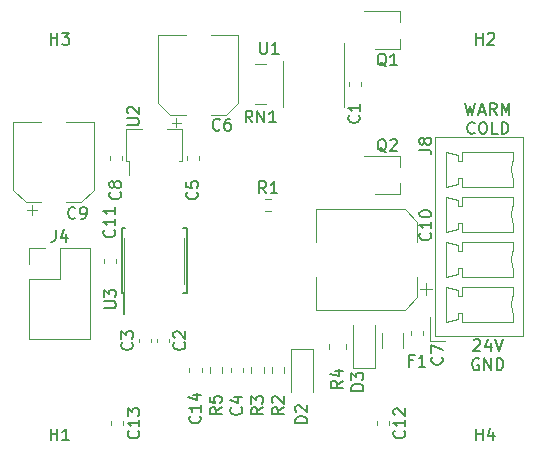
<source format=gto>
%TF.GenerationSoftware,KiCad,Pcbnew,(6.0.0)*%
%TF.CreationDate,2022-05-26T17:50:24+02:00*%
%TF.ProjectId,slider,736c6964-6572-42e6-9b69-6361645f7063,rev?*%
%TF.SameCoordinates,Original*%
%TF.FileFunction,Legend,Top*%
%TF.FilePolarity,Positive*%
%FSLAX46Y46*%
G04 Gerber Fmt 4.6, Leading zero omitted, Abs format (unit mm)*
G04 Created by KiCad (PCBNEW (6.0.0)) date 2022-05-26 17:50:24*
%MOMM*%
%LPD*%
G01*
G04 APERTURE LIST*
%ADD10C,0.150000*%
%ADD11C,0.120000*%
G04 APERTURE END LIST*
D10*
X156321428Y-88647380D02*
X156559523Y-89647380D01*
X156750000Y-88933095D01*
X156940476Y-89647380D01*
X157178571Y-88647380D01*
X157511904Y-89361666D02*
X157988095Y-89361666D01*
X157416666Y-89647380D02*
X157750000Y-88647380D01*
X158083333Y-89647380D01*
X158988095Y-89647380D02*
X158654761Y-89171190D01*
X158416666Y-89647380D02*
X158416666Y-88647380D01*
X158797619Y-88647380D01*
X158892857Y-88695000D01*
X158940476Y-88742619D01*
X158988095Y-88837857D01*
X158988095Y-88980714D01*
X158940476Y-89075952D01*
X158892857Y-89123571D01*
X158797619Y-89171190D01*
X158416666Y-89171190D01*
X159416666Y-89647380D02*
X159416666Y-88647380D01*
X159750000Y-89361666D01*
X160083333Y-88647380D01*
X160083333Y-89647380D01*
X157130952Y-91162142D02*
X157083333Y-91209761D01*
X156940476Y-91257380D01*
X156845238Y-91257380D01*
X156702380Y-91209761D01*
X156607142Y-91114523D01*
X156559523Y-91019285D01*
X156511904Y-90828809D01*
X156511904Y-90685952D01*
X156559523Y-90495476D01*
X156607142Y-90400238D01*
X156702380Y-90305000D01*
X156845238Y-90257380D01*
X156940476Y-90257380D01*
X157083333Y-90305000D01*
X157130952Y-90352619D01*
X157750000Y-90257380D02*
X157940476Y-90257380D01*
X158035714Y-90305000D01*
X158130952Y-90400238D01*
X158178571Y-90590714D01*
X158178571Y-90924047D01*
X158130952Y-91114523D01*
X158035714Y-91209761D01*
X157940476Y-91257380D01*
X157750000Y-91257380D01*
X157654761Y-91209761D01*
X157559523Y-91114523D01*
X157511904Y-90924047D01*
X157511904Y-90590714D01*
X157559523Y-90400238D01*
X157654761Y-90305000D01*
X157750000Y-90257380D01*
X159083333Y-91257380D02*
X158607142Y-91257380D01*
X158607142Y-90257380D01*
X159416666Y-91257380D02*
X159416666Y-90257380D01*
X159654761Y-90257380D01*
X159797619Y-90305000D01*
X159892857Y-90400238D01*
X159940476Y-90495476D01*
X159988095Y-90685952D01*
X159988095Y-90828809D01*
X159940476Y-91019285D01*
X159892857Y-91114523D01*
X159797619Y-91209761D01*
X159654761Y-91257380D01*
X159416666Y-91257380D01*
X157052023Y-108742619D02*
X157099642Y-108695000D01*
X157194880Y-108647380D01*
X157432976Y-108647380D01*
X157528214Y-108695000D01*
X157575833Y-108742619D01*
X157623452Y-108837857D01*
X157623452Y-108933095D01*
X157575833Y-109075952D01*
X157004404Y-109647380D01*
X157623452Y-109647380D01*
X158480595Y-108980714D02*
X158480595Y-109647380D01*
X158242500Y-108599761D02*
X158004404Y-109314047D01*
X158623452Y-109314047D01*
X158861547Y-108647380D02*
X159194880Y-109647380D01*
X159528214Y-108647380D01*
X157480595Y-110305000D02*
X157385357Y-110257380D01*
X157242500Y-110257380D01*
X157099642Y-110305000D01*
X157004404Y-110400238D01*
X156956785Y-110495476D01*
X156909166Y-110685952D01*
X156909166Y-110828809D01*
X156956785Y-111019285D01*
X157004404Y-111114523D01*
X157099642Y-111209761D01*
X157242500Y-111257380D01*
X157337738Y-111257380D01*
X157480595Y-111209761D01*
X157528214Y-111162142D01*
X157528214Y-110828809D01*
X157337738Y-110828809D01*
X157956785Y-111257380D02*
X157956785Y-110257380D01*
X158528214Y-111257380D01*
X158528214Y-110257380D01*
X159004404Y-111257380D02*
X159004404Y-110257380D01*
X159242500Y-110257380D01*
X159385357Y-110305000D01*
X159480595Y-110400238D01*
X159528214Y-110495476D01*
X159575833Y-110685952D01*
X159575833Y-110828809D01*
X159528214Y-111019285D01*
X159480595Y-111114523D01*
X159385357Y-111209761D01*
X159242500Y-111257380D01*
X159004404Y-111257380D01*
%TO.C,H2*%
X157238095Y-83702380D02*
X157238095Y-82702380D01*
X157238095Y-83178571D02*
X157809523Y-83178571D01*
X157809523Y-83702380D02*
X157809523Y-82702380D01*
X158238095Y-82797619D02*
X158285714Y-82750000D01*
X158380952Y-82702380D01*
X158619047Y-82702380D01*
X158714285Y-82750000D01*
X158761904Y-82797619D01*
X158809523Y-82892857D01*
X158809523Y-82988095D01*
X158761904Y-83130952D01*
X158190476Y-83702380D01*
X158809523Y-83702380D01*
%TO.C,H4*%
X157238095Y-117202380D02*
X157238095Y-116202380D01*
X157238095Y-116678571D02*
X157809523Y-116678571D01*
X157809523Y-117202380D02*
X157809523Y-116202380D01*
X158714285Y-116535714D02*
X158714285Y-117202380D01*
X158476190Y-116154761D02*
X158238095Y-116869047D01*
X158857142Y-116869047D01*
%TO.C,R5*%
X135702380Y-114416666D02*
X135226190Y-114750000D01*
X135702380Y-114988095D02*
X134702380Y-114988095D01*
X134702380Y-114607142D01*
X134750000Y-114511904D01*
X134797619Y-114464285D01*
X134892857Y-114416666D01*
X135035714Y-114416666D01*
X135130952Y-114464285D01*
X135178571Y-114511904D01*
X135226190Y-114607142D01*
X135226190Y-114988095D01*
X134702380Y-113511904D02*
X134702380Y-113988095D01*
X135178571Y-114035714D01*
X135130952Y-113988095D01*
X135083333Y-113892857D01*
X135083333Y-113654761D01*
X135130952Y-113559523D01*
X135178571Y-113511904D01*
X135273809Y-113464285D01*
X135511904Y-113464285D01*
X135607142Y-113511904D01*
X135654761Y-113559523D01*
X135702380Y-113654761D01*
X135702380Y-113892857D01*
X135654761Y-113988095D01*
X135607142Y-114035714D01*
%TO.C,J4*%
X121661666Y-99372380D02*
X121661666Y-100086666D01*
X121614047Y-100229523D01*
X121518809Y-100324761D01*
X121375952Y-100372380D01*
X121280714Y-100372380D01*
X122566428Y-99705714D02*
X122566428Y-100372380D01*
X122328333Y-99324761D02*
X122090238Y-100039047D01*
X122709285Y-100039047D01*
%TO.C,C14*%
X133857142Y-115142857D02*
X133904761Y-115190476D01*
X133952380Y-115333333D01*
X133952380Y-115428571D01*
X133904761Y-115571428D01*
X133809523Y-115666666D01*
X133714285Y-115714285D01*
X133523809Y-115761904D01*
X133380952Y-115761904D01*
X133190476Y-115714285D01*
X133095238Y-115666666D01*
X133000000Y-115571428D01*
X132952380Y-115428571D01*
X132952380Y-115333333D01*
X133000000Y-115190476D01*
X133047619Y-115142857D01*
X133952380Y-114190476D02*
X133952380Y-114761904D01*
X133952380Y-114476190D02*
X132952380Y-114476190D01*
X133095238Y-114571428D01*
X133190476Y-114666666D01*
X133238095Y-114761904D01*
X133285714Y-113333333D02*
X133952380Y-113333333D01*
X132904761Y-113571428D02*
X133619047Y-113809523D01*
X133619047Y-113190476D01*
%TO.C,RN1*%
X138309523Y-90277380D02*
X137976190Y-89801190D01*
X137738095Y-90277380D02*
X137738095Y-89277380D01*
X138119047Y-89277380D01*
X138214285Y-89325000D01*
X138261904Y-89372619D01*
X138309523Y-89467857D01*
X138309523Y-89610714D01*
X138261904Y-89705952D01*
X138214285Y-89753571D01*
X138119047Y-89801190D01*
X137738095Y-89801190D01*
X138738095Y-90277380D02*
X138738095Y-89277380D01*
X139309523Y-90277380D01*
X139309523Y-89277380D01*
X140309523Y-90277380D02*
X139738095Y-90277380D01*
X140023809Y-90277380D02*
X140023809Y-89277380D01*
X139928571Y-89420238D01*
X139833333Y-89515476D01*
X139738095Y-89563095D01*
%TO.C,Q1*%
X149654761Y-85547619D02*
X149559523Y-85500000D01*
X149464285Y-85404761D01*
X149321428Y-85261904D01*
X149226190Y-85214285D01*
X149130952Y-85214285D01*
X149178571Y-85452380D02*
X149083333Y-85404761D01*
X148988095Y-85309523D01*
X148940476Y-85119047D01*
X148940476Y-84785714D01*
X148988095Y-84595238D01*
X149083333Y-84500000D01*
X149178571Y-84452380D01*
X149369047Y-84452380D01*
X149464285Y-84500000D01*
X149559523Y-84595238D01*
X149607142Y-84785714D01*
X149607142Y-85119047D01*
X149559523Y-85309523D01*
X149464285Y-85404761D01*
X149369047Y-85452380D01*
X149178571Y-85452380D01*
X150559523Y-85452380D02*
X149988095Y-85452380D01*
X150273809Y-85452380D02*
X150273809Y-84452380D01*
X150178571Y-84595238D01*
X150083333Y-84690476D01*
X149988095Y-84738095D01*
%TO.C,J8*%
X152452380Y-92583333D02*
X153166666Y-92583333D01*
X153309523Y-92630952D01*
X153404761Y-92726190D01*
X153452380Y-92869047D01*
X153452380Y-92964285D01*
X152880952Y-91964285D02*
X152833333Y-92059523D01*
X152785714Y-92107142D01*
X152690476Y-92154761D01*
X152642857Y-92154761D01*
X152547619Y-92107142D01*
X152500000Y-92059523D01*
X152452380Y-91964285D01*
X152452380Y-91773809D01*
X152500000Y-91678571D01*
X152547619Y-91630952D01*
X152642857Y-91583333D01*
X152690476Y-91583333D01*
X152785714Y-91630952D01*
X152833333Y-91678571D01*
X152880952Y-91773809D01*
X152880952Y-91964285D01*
X152928571Y-92059523D01*
X152976190Y-92107142D01*
X153071428Y-92154761D01*
X153261904Y-92154761D01*
X153357142Y-92107142D01*
X153404761Y-92059523D01*
X153452380Y-91964285D01*
X153452380Y-91773809D01*
X153404761Y-91678571D01*
X153357142Y-91630952D01*
X153261904Y-91583333D01*
X153071428Y-91583333D01*
X152976190Y-91630952D01*
X152928571Y-91678571D01*
X152880952Y-91773809D01*
%TO.C,C1*%
X147332142Y-89691666D02*
X147379761Y-89739285D01*
X147427380Y-89882142D01*
X147427380Y-89977380D01*
X147379761Y-90120238D01*
X147284523Y-90215476D01*
X147189285Y-90263095D01*
X146998809Y-90310714D01*
X146855952Y-90310714D01*
X146665476Y-90263095D01*
X146570238Y-90215476D01*
X146475000Y-90120238D01*
X146427380Y-89977380D01*
X146427380Y-89882142D01*
X146475000Y-89739285D01*
X146522619Y-89691666D01*
X147427380Y-88739285D02*
X147427380Y-89310714D01*
X147427380Y-89025000D02*
X146427380Y-89025000D01*
X146570238Y-89120238D01*
X146665476Y-89215476D01*
X146713095Y-89310714D01*
%TO.C,C8*%
X127107142Y-96191666D02*
X127154761Y-96239285D01*
X127202380Y-96382142D01*
X127202380Y-96477380D01*
X127154761Y-96620238D01*
X127059523Y-96715476D01*
X126964285Y-96763095D01*
X126773809Y-96810714D01*
X126630952Y-96810714D01*
X126440476Y-96763095D01*
X126345238Y-96715476D01*
X126250000Y-96620238D01*
X126202380Y-96477380D01*
X126202380Y-96382142D01*
X126250000Y-96239285D01*
X126297619Y-96191666D01*
X126630952Y-95620238D02*
X126583333Y-95715476D01*
X126535714Y-95763095D01*
X126440476Y-95810714D01*
X126392857Y-95810714D01*
X126297619Y-95763095D01*
X126250000Y-95715476D01*
X126202380Y-95620238D01*
X126202380Y-95429761D01*
X126250000Y-95334523D01*
X126297619Y-95286904D01*
X126392857Y-95239285D01*
X126440476Y-95239285D01*
X126535714Y-95286904D01*
X126583333Y-95334523D01*
X126630952Y-95429761D01*
X126630952Y-95620238D01*
X126678571Y-95715476D01*
X126726190Y-95763095D01*
X126821428Y-95810714D01*
X127011904Y-95810714D01*
X127107142Y-95763095D01*
X127154761Y-95715476D01*
X127202380Y-95620238D01*
X127202380Y-95429761D01*
X127154761Y-95334523D01*
X127107142Y-95286904D01*
X127011904Y-95239285D01*
X126821428Y-95239285D01*
X126726190Y-95286904D01*
X126678571Y-95334523D01*
X126630952Y-95429761D01*
%TO.C,R2*%
X140952380Y-114416666D02*
X140476190Y-114750000D01*
X140952380Y-114988095D02*
X139952380Y-114988095D01*
X139952380Y-114607142D01*
X140000000Y-114511904D01*
X140047619Y-114464285D01*
X140142857Y-114416666D01*
X140285714Y-114416666D01*
X140380952Y-114464285D01*
X140428571Y-114511904D01*
X140476190Y-114607142D01*
X140476190Y-114988095D01*
X140047619Y-114035714D02*
X140000000Y-113988095D01*
X139952380Y-113892857D01*
X139952380Y-113654761D01*
X140000000Y-113559523D01*
X140047619Y-113511904D01*
X140142857Y-113464285D01*
X140238095Y-113464285D01*
X140380952Y-113511904D01*
X140952380Y-114083333D01*
X140952380Y-113464285D01*
%TO.C,C10*%
X153357142Y-99642857D02*
X153404761Y-99690476D01*
X153452380Y-99833333D01*
X153452380Y-99928571D01*
X153404761Y-100071428D01*
X153309523Y-100166666D01*
X153214285Y-100214285D01*
X153023809Y-100261904D01*
X152880952Y-100261904D01*
X152690476Y-100214285D01*
X152595238Y-100166666D01*
X152500000Y-100071428D01*
X152452380Y-99928571D01*
X152452380Y-99833333D01*
X152500000Y-99690476D01*
X152547619Y-99642857D01*
X153452380Y-98690476D02*
X153452380Y-99261904D01*
X153452380Y-98976190D02*
X152452380Y-98976190D01*
X152595238Y-99071428D01*
X152690476Y-99166666D01*
X152738095Y-99261904D01*
X152452380Y-98071428D02*
X152452380Y-97976190D01*
X152500000Y-97880952D01*
X152547619Y-97833333D01*
X152642857Y-97785714D01*
X152833333Y-97738095D01*
X153071428Y-97738095D01*
X153261904Y-97785714D01*
X153357142Y-97833333D01*
X153404761Y-97880952D01*
X153452380Y-97976190D01*
X153452380Y-98071428D01*
X153404761Y-98166666D01*
X153357142Y-98214285D01*
X153261904Y-98261904D01*
X153071428Y-98309523D01*
X152833333Y-98309523D01*
X152642857Y-98261904D01*
X152547619Y-98214285D01*
X152500000Y-98166666D01*
X152452380Y-98071428D01*
%TO.C,C4*%
X137357142Y-114416666D02*
X137404761Y-114464285D01*
X137452380Y-114607142D01*
X137452380Y-114702380D01*
X137404761Y-114845238D01*
X137309523Y-114940476D01*
X137214285Y-114988095D01*
X137023809Y-115035714D01*
X136880952Y-115035714D01*
X136690476Y-114988095D01*
X136595238Y-114940476D01*
X136500000Y-114845238D01*
X136452380Y-114702380D01*
X136452380Y-114607142D01*
X136500000Y-114464285D01*
X136547619Y-114416666D01*
X136785714Y-113559523D02*
X137452380Y-113559523D01*
X136404761Y-113797619D02*
X137119047Y-114035714D01*
X137119047Y-113416666D01*
%TO.C,R1*%
X139480833Y-96272380D02*
X139147500Y-95796190D01*
X138909404Y-96272380D02*
X138909404Y-95272380D01*
X139290357Y-95272380D01*
X139385595Y-95320000D01*
X139433214Y-95367619D01*
X139480833Y-95462857D01*
X139480833Y-95605714D01*
X139433214Y-95700952D01*
X139385595Y-95748571D01*
X139290357Y-95796190D01*
X138909404Y-95796190D01*
X140433214Y-96272380D02*
X139861785Y-96272380D01*
X140147500Y-96272380D02*
X140147500Y-95272380D01*
X140052261Y-95415238D01*
X139957023Y-95510476D01*
X139861785Y-95558095D01*
%TO.C,C12*%
X151162142Y-116392857D02*
X151209761Y-116440476D01*
X151257380Y-116583333D01*
X151257380Y-116678571D01*
X151209761Y-116821428D01*
X151114523Y-116916666D01*
X151019285Y-116964285D01*
X150828809Y-117011904D01*
X150685952Y-117011904D01*
X150495476Y-116964285D01*
X150400238Y-116916666D01*
X150305000Y-116821428D01*
X150257380Y-116678571D01*
X150257380Y-116583333D01*
X150305000Y-116440476D01*
X150352619Y-116392857D01*
X151257380Y-115440476D02*
X151257380Y-116011904D01*
X151257380Y-115726190D02*
X150257380Y-115726190D01*
X150400238Y-115821428D01*
X150495476Y-115916666D01*
X150543095Y-116011904D01*
X150352619Y-115059523D02*
X150305000Y-115011904D01*
X150257380Y-114916666D01*
X150257380Y-114678571D01*
X150305000Y-114583333D01*
X150352619Y-114535714D01*
X150447857Y-114488095D01*
X150543095Y-114488095D01*
X150685952Y-114535714D01*
X151257380Y-115107142D01*
X151257380Y-114488095D01*
%TO.C,C13*%
X128662142Y-116392857D02*
X128709761Y-116440476D01*
X128757380Y-116583333D01*
X128757380Y-116678571D01*
X128709761Y-116821428D01*
X128614523Y-116916666D01*
X128519285Y-116964285D01*
X128328809Y-117011904D01*
X128185952Y-117011904D01*
X127995476Y-116964285D01*
X127900238Y-116916666D01*
X127805000Y-116821428D01*
X127757380Y-116678571D01*
X127757380Y-116583333D01*
X127805000Y-116440476D01*
X127852619Y-116392857D01*
X128757380Y-115440476D02*
X128757380Y-116011904D01*
X128757380Y-115726190D02*
X127757380Y-115726190D01*
X127900238Y-115821428D01*
X127995476Y-115916666D01*
X128043095Y-116011904D01*
X127757380Y-115107142D02*
X127757380Y-114488095D01*
X128138333Y-114821428D01*
X128138333Y-114678571D01*
X128185952Y-114583333D01*
X128233571Y-114535714D01*
X128328809Y-114488095D01*
X128566904Y-114488095D01*
X128662142Y-114535714D01*
X128709761Y-114583333D01*
X128757380Y-114678571D01*
X128757380Y-114964285D01*
X128709761Y-115059523D01*
X128662142Y-115107142D01*
%TO.C,H1*%
X121238095Y-117202380D02*
X121238095Y-116202380D01*
X121238095Y-116678571D02*
X121809523Y-116678571D01*
X121809523Y-117202380D02*
X121809523Y-116202380D01*
X122809523Y-117202380D02*
X122238095Y-117202380D01*
X122523809Y-117202380D02*
X122523809Y-116202380D01*
X122428571Y-116345238D01*
X122333333Y-116440476D01*
X122238095Y-116488095D01*
%TO.C,U3*%
X125772380Y-106011904D02*
X126581904Y-106011904D01*
X126677142Y-105964285D01*
X126724761Y-105916666D01*
X126772380Y-105821428D01*
X126772380Y-105630952D01*
X126724761Y-105535714D01*
X126677142Y-105488095D01*
X126581904Y-105440476D01*
X125772380Y-105440476D01*
X125772380Y-105059523D02*
X125772380Y-104440476D01*
X126153333Y-104773809D01*
X126153333Y-104630952D01*
X126200952Y-104535714D01*
X126248571Y-104488095D01*
X126343809Y-104440476D01*
X126581904Y-104440476D01*
X126677142Y-104488095D01*
X126724761Y-104535714D01*
X126772380Y-104630952D01*
X126772380Y-104916666D01*
X126724761Y-105011904D01*
X126677142Y-105059523D01*
%TO.C,F1*%
X151916666Y-110428571D02*
X151583333Y-110428571D01*
X151583333Y-110952380D02*
X151583333Y-109952380D01*
X152059523Y-109952380D01*
X152964285Y-110952380D02*
X152392857Y-110952380D01*
X152678571Y-110952380D02*
X152678571Y-109952380D01*
X152583333Y-110095238D01*
X152488095Y-110190476D01*
X152392857Y-110238095D01*
%TO.C,R4*%
X145952380Y-112166666D02*
X145476190Y-112500000D01*
X145952380Y-112738095D02*
X144952380Y-112738095D01*
X144952380Y-112357142D01*
X145000000Y-112261904D01*
X145047619Y-112214285D01*
X145142857Y-112166666D01*
X145285714Y-112166666D01*
X145380952Y-112214285D01*
X145428571Y-112261904D01*
X145476190Y-112357142D01*
X145476190Y-112738095D01*
X145285714Y-111309523D02*
X145952380Y-111309523D01*
X144904761Y-111547619D02*
X145619047Y-111785714D01*
X145619047Y-111166666D01*
%TO.C,U1*%
X138963095Y-83477380D02*
X138963095Y-84286904D01*
X139010714Y-84382142D01*
X139058333Y-84429761D01*
X139153571Y-84477380D01*
X139344047Y-84477380D01*
X139439285Y-84429761D01*
X139486904Y-84382142D01*
X139534523Y-84286904D01*
X139534523Y-83477380D01*
X140534523Y-84477380D02*
X139963095Y-84477380D01*
X140248809Y-84477380D02*
X140248809Y-83477380D01*
X140153571Y-83620238D01*
X140058333Y-83715476D01*
X139963095Y-83763095D01*
%TO.C,C11*%
X126607142Y-99392857D02*
X126654761Y-99440476D01*
X126702380Y-99583333D01*
X126702380Y-99678571D01*
X126654761Y-99821428D01*
X126559523Y-99916666D01*
X126464285Y-99964285D01*
X126273809Y-100011904D01*
X126130952Y-100011904D01*
X125940476Y-99964285D01*
X125845238Y-99916666D01*
X125750000Y-99821428D01*
X125702380Y-99678571D01*
X125702380Y-99583333D01*
X125750000Y-99440476D01*
X125797619Y-99392857D01*
X126702380Y-98440476D02*
X126702380Y-99011904D01*
X126702380Y-98726190D02*
X125702380Y-98726190D01*
X125845238Y-98821428D01*
X125940476Y-98916666D01*
X125988095Y-99011904D01*
X126702380Y-97488095D02*
X126702380Y-98059523D01*
X126702380Y-97773809D02*
X125702380Y-97773809D01*
X125845238Y-97869047D01*
X125940476Y-97964285D01*
X125988095Y-98059523D01*
%TO.C,C9*%
X123333333Y-98357142D02*
X123285714Y-98404761D01*
X123142857Y-98452380D01*
X123047619Y-98452380D01*
X122904761Y-98404761D01*
X122809523Y-98309523D01*
X122761904Y-98214285D01*
X122714285Y-98023809D01*
X122714285Y-97880952D01*
X122761904Y-97690476D01*
X122809523Y-97595238D01*
X122904761Y-97500000D01*
X123047619Y-97452380D01*
X123142857Y-97452380D01*
X123285714Y-97500000D01*
X123333333Y-97547619D01*
X123809523Y-98452380D02*
X124000000Y-98452380D01*
X124095238Y-98404761D01*
X124142857Y-98357142D01*
X124238095Y-98214285D01*
X124285714Y-98023809D01*
X124285714Y-97642857D01*
X124238095Y-97547619D01*
X124190476Y-97500000D01*
X124095238Y-97452380D01*
X123904761Y-97452380D01*
X123809523Y-97500000D01*
X123761904Y-97547619D01*
X123714285Y-97642857D01*
X123714285Y-97880952D01*
X123761904Y-97976190D01*
X123809523Y-98023809D01*
X123904761Y-98071428D01*
X124095238Y-98071428D01*
X124190476Y-98023809D01*
X124238095Y-97976190D01*
X124285714Y-97880952D01*
%TO.C,U2*%
X127702380Y-90511904D02*
X128511904Y-90511904D01*
X128607142Y-90464285D01*
X128654761Y-90416666D01*
X128702380Y-90321428D01*
X128702380Y-90130952D01*
X128654761Y-90035714D01*
X128607142Y-89988095D01*
X128511904Y-89940476D01*
X127702380Y-89940476D01*
X127797619Y-89511904D02*
X127750000Y-89464285D01*
X127702380Y-89369047D01*
X127702380Y-89130952D01*
X127750000Y-89035714D01*
X127797619Y-88988095D01*
X127892857Y-88940476D01*
X127988095Y-88940476D01*
X128130952Y-88988095D01*
X128702380Y-89559523D01*
X128702380Y-88940476D01*
%TO.C,D2*%
X142952380Y-115738095D02*
X141952380Y-115738095D01*
X141952380Y-115500000D01*
X142000000Y-115357142D01*
X142095238Y-115261904D01*
X142190476Y-115214285D01*
X142380952Y-115166666D01*
X142523809Y-115166666D01*
X142714285Y-115214285D01*
X142809523Y-115261904D01*
X142904761Y-115357142D01*
X142952380Y-115500000D01*
X142952380Y-115738095D01*
X142047619Y-114785714D02*
X142000000Y-114738095D01*
X141952380Y-114642857D01*
X141952380Y-114404761D01*
X142000000Y-114309523D01*
X142047619Y-114261904D01*
X142142857Y-114214285D01*
X142238095Y-114214285D01*
X142380952Y-114261904D01*
X142952380Y-114833333D01*
X142952380Y-114214285D01*
%TO.C,H3*%
X121238095Y-83702380D02*
X121238095Y-82702380D01*
X121238095Y-83178571D02*
X121809523Y-83178571D01*
X121809523Y-83702380D02*
X121809523Y-82702380D01*
X122190476Y-82702380D02*
X122809523Y-82702380D01*
X122476190Y-83083333D01*
X122619047Y-83083333D01*
X122714285Y-83130952D01*
X122761904Y-83178571D01*
X122809523Y-83273809D01*
X122809523Y-83511904D01*
X122761904Y-83607142D01*
X122714285Y-83654761D01*
X122619047Y-83702380D01*
X122333333Y-83702380D01*
X122238095Y-83654761D01*
X122190476Y-83607142D01*
%TO.C,C5*%
X133607142Y-96191666D02*
X133654761Y-96239285D01*
X133702380Y-96382142D01*
X133702380Y-96477380D01*
X133654761Y-96620238D01*
X133559523Y-96715476D01*
X133464285Y-96763095D01*
X133273809Y-96810714D01*
X133130952Y-96810714D01*
X132940476Y-96763095D01*
X132845238Y-96715476D01*
X132750000Y-96620238D01*
X132702380Y-96477380D01*
X132702380Y-96382142D01*
X132750000Y-96239285D01*
X132797619Y-96191666D01*
X132702380Y-95286904D02*
X132702380Y-95763095D01*
X133178571Y-95810714D01*
X133130952Y-95763095D01*
X133083333Y-95667857D01*
X133083333Y-95429761D01*
X133130952Y-95334523D01*
X133178571Y-95286904D01*
X133273809Y-95239285D01*
X133511904Y-95239285D01*
X133607142Y-95286904D01*
X133654761Y-95334523D01*
X133702380Y-95429761D01*
X133702380Y-95667857D01*
X133654761Y-95763095D01*
X133607142Y-95810714D01*
%TO.C,C3*%
X128107142Y-108916666D02*
X128154761Y-108964285D01*
X128202380Y-109107142D01*
X128202380Y-109202380D01*
X128154761Y-109345238D01*
X128059523Y-109440476D01*
X127964285Y-109488095D01*
X127773809Y-109535714D01*
X127630952Y-109535714D01*
X127440476Y-109488095D01*
X127345238Y-109440476D01*
X127250000Y-109345238D01*
X127202380Y-109202380D01*
X127202380Y-109107142D01*
X127250000Y-108964285D01*
X127297619Y-108916666D01*
X127202380Y-108583333D02*
X127202380Y-107964285D01*
X127583333Y-108297619D01*
X127583333Y-108154761D01*
X127630952Y-108059523D01*
X127678571Y-108011904D01*
X127773809Y-107964285D01*
X128011904Y-107964285D01*
X128107142Y-108011904D01*
X128154761Y-108059523D01*
X128202380Y-108154761D01*
X128202380Y-108440476D01*
X128154761Y-108535714D01*
X128107142Y-108583333D01*
%TO.C,C6*%
X135558333Y-90882142D02*
X135510714Y-90929761D01*
X135367857Y-90977380D01*
X135272619Y-90977380D01*
X135129761Y-90929761D01*
X135034523Y-90834523D01*
X134986904Y-90739285D01*
X134939285Y-90548809D01*
X134939285Y-90405952D01*
X134986904Y-90215476D01*
X135034523Y-90120238D01*
X135129761Y-90025000D01*
X135272619Y-89977380D01*
X135367857Y-89977380D01*
X135510714Y-90025000D01*
X135558333Y-90072619D01*
X136415476Y-89977380D02*
X136225000Y-89977380D01*
X136129761Y-90025000D01*
X136082142Y-90072619D01*
X135986904Y-90215476D01*
X135939285Y-90405952D01*
X135939285Y-90786904D01*
X135986904Y-90882142D01*
X136034523Y-90929761D01*
X136129761Y-90977380D01*
X136320238Y-90977380D01*
X136415476Y-90929761D01*
X136463095Y-90882142D01*
X136510714Y-90786904D01*
X136510714Y-90548809D01*
X136463095Y-90453571D01*
X136415476Y-90405952D01*
X136320238Y-90358333D01*
X136129761Y-90358333D01*
X136034523Y-90405952D01*
X135986904Y-90453571D01*
X135939285Y-90548809D01*
%TO.C,R3*%
X139202380Y-114416666D02*
X138726190Y-114750000D01*
X139202380Y-114988095D02*
X138202380Y-114988095D01*
X138202380Y-114607142D01*
X138250000Y-114511904D01*
X138297619Y-114464285D01*
X138392857Y-114416666D01*
X138535714Y-114416666D01*
X138630952Y-114464285D01*
X138678571Y-114511904D01*
X138726190Y-114607142D01*
X138726190Y-114988095D01*
X138202380Y-114083333D02*
X138202380Y-113464285D01*
X138583333Y-113797619D01*
X138583333Y-113654761D01*
X138630952Y-113559523D01*
X138678571Y-113511904D01*
X138773809Y-113464285D01*
X139011904Y-113464285D01*
X139107142Y-113511904D01*
X139154761Y-113559523D01*
X139202380Y-113654761D01*
X139202380Y-113940476D01*
X139154761Y-114035714D01*
X139107142Y-114083333D01*
%TO.C,D3*%
X147702380Y-112988095D02*
X146702380Y-112988095D01*
X146702380Y-112750000D01*
X146750000Y-112607142D01*
X146845238Y-112511904D01*
X146940476Y-112464285D01*
X147130952Y-112416666D01*
X147273809Y-112416666D01*
X147464285Y-112464285D01*
X147559523Y-112511904D01*
X147654761Y-112607142D01*
X147702380Y-112750000D01*
X147702380Y-112988095D01*
X146702380Y-112083333D02*
X146702380Y-111464285D01*
X147083333Y-111797619D01*
X147083333Y-111654761D01*
X147130952Y-111559523D01*
X147178571Y-111511904D01*
X147273809Y-111464285D01*
X147511904Y-111464285D01*
X147607142Y-111511904D01*
X147654761Y-111559523D01*
X147702380Y-111654761D01*
X147702380Y-111940476D01*
X147654761Y-112035714D01*
X147607142Y-112083333D01*
%TO.C,Q2*%
X149654761Y-92797619D02*
X149559523Y-92750000D01*
X149464285Y-92654761D01*
X149321428Y-92511904D01*
X149226190Y-92464285D01*
X149130952Y-92464285D01*
X149178571Y-92702380D02*
X149083333Y-92654761D01*
X148988095Y-92559523D01*
X148940476Y-92369047D01*
X148940476Y-92035714D01*
X148988095Y-91845238D01*
X149083333Y-91750000D01*
X149178571Y-91702380D01*
X149369047Y-91702380D01*
X149464285Y-91750000D01*
X149559523Y-91845238D01*
X149607142Y-92035714D01*
X149607142Y-92369047D01*
X149559523Y-92559523D01*
X149464285Y-92654761D01*
X149369047Y-92702380D01*
X149178571Y-92702380D01*
X149988095Y-91797619D02*
X150035714Y-91750000D01*
X150130952Y-91702380D01*
X150369047Y-91702380D01*
X150464285Y-91750000D01*
X150511904Y-91797619D01*
X150559523Y-91892857D01*
X150559523Y-91988095D01*
X150511904Y-92130952D01*
X149940476Y-92702380D01*
X150559523Y-92702380D01*
%TO.C,C7*%
X154357142Y-110166666D02*
X154404761Y-110214285D01*
X154452380Y-110357142D01*
X154452380Y-110452380D01*
X154404761Y-110595238D01*
X154309523Y-110690476D01*
X154214285Y-110738095D01*
X154023809Y-110785714D01*
X153880952Y-110785714D01*
X153690476Y-110738095D01*
X153595238Y-110690476D01*
X153500000Y-110595238D01*
X153452380Y-110452380D01*
X153452380Y-110357142D01*
X153500000Y-110214285D01*
X153547619Y-110166666D01*
X153452380Y-109833333D02*
X153452380Y-109166666D01*
X154452380Y-109595238D01*
%TO.C,C2*%
X132537142Y-108916666D02*
X132584761Y-108964285D01*
X132632380Y-109107142D01*
X132632380Y-109202380D01*
X132584761Y-109345238D01*
X132489523Y-109440476D01*
X132394285Y-109488095D01*
X132203809Y-109535714D01*
X132060952Y-109535714D01*
X131870476Y-109488095D01*
X131775238Y-109440476D01*
X131680000Y-109345238D01*
X131632380Y-109202380D01*
X131632380Y-109107142D01*
X131680000Y-108964285D01*
X131727619Y-108916666D01*
X131727619Y-108535714D02*
X131680000Y-108488095D01*
X131632380Y-108392857D01*
X131632380Y-108154761D01*
X131680000Y-108059523D01*
X131727619Y-108011904D01*
X131822857Y-107964285D01*
X131918095Y-107964285D01*
X132060952Y-108011904D01*
X132632380Y-108583333D01*
X132632380Y-107964285D01*
D11*
%TO.C,R5*%
X134727500Y-111504724D02*
X134727500Y-110995276D01*
X135772500Y-111504724D02*
X135772500Y-110995276D01*
%TO.C,J4*%
X121995000Y-103520000D02*
X121995000Y-100920000D01*
X124595000Y-100920000D02*
X124595000Y-108660000D01*
X119395000Y-103520000D02*
X119395000Y-108660000D01*
X119395000Y-100920000D02*
X120725000Y-100920000D01*
X119395000Y-108660000D02*
X124595000Y-108660000D01*
X119395000Y-103520000D02*
X121995000Y-103520000D01*
X119395000Y-102250000D02*
X119395000Y-100920000D01*
X121995000Y-100920000D02*
X124595000Y-100920000D01*
%TO.C,C14*%
X134010000Y-111396267D02*
X134010000Y-111103733D01*
X132990000Y-111396267D02*
X132990000Y-111103733D01*
%TO.C,RN1*%
X138500000Y-88705000D02*
X139500000Y-88705000D01*
X138500000Y-85345000D02*
X139500000Y-85345000D01*
%TO.C,Q1*%
X150825000Y-80900000D02*
X150825000Y-81800000D01*
X147750000Y-80890000D02*
X150825000Y-80890000D01*
X150825000Y-83200000D02*
X150825000Y-84110000D01*
X148675000Y-84110000D02*
X150825000Y-84110000D01*
%TO.C,J8*%
X155742500Y-96827500D02*
X155742500Y-97327500D01*
X155742500Y-93017500D02*
X155742500Y-93517500D01*
X155742500Y-103137500D02*
X154742500Y-103387500D01*
X156092500Y-96577500D02*
X160392500Y-96577500D01*
X160392500Y-102637500D02*
X160392500Y-103387500D01*
X153782500Y-91557500D02*
X153782500Y-108407500D01*
X160392500Y-100387500D02*
X160392500Y-101137500D01*
X156092500Y-104947500D02*
X156092500Y-104197500D01*
X160392500Y-95767500D02*
X156092500Y-95767500D01*
X154742500Y-107197500D02*
X154742500Y-104197500D01*
X156092500Y-102637500D02*
X155742500Y-102637500D01*
X156092500Y-93517500D02*
X156092500Y-92767500D01*
X155742500Y-101137500D02*
X156092500Y-101137500D01*
X154642500Y-108797500D02*
X153392500Y-108797500D01*
X155742500Y-95017500D02*
X155742500Y-95517500D01*
X160392500Y-99577500D02*
X156092500Y-99577500D01*
X156092500Y-99577500D02*
X156092500Y-98827500D01*
X155742500Y-104947500D02*
X156092500Y-104947500D01*
X155742500Y-106947500D02*
X154742500Y-107197500D01*
X154742500Y-104197500D02*
X155742500Y-104447500D01*
X160392500Y-107197500D02*
X156092500Y-107197500D01*
X160392500Y-103387500D02*
X156092500Y-103387500D01*
X156092500Y-97327500D02*
X156092500Y-96577500D01*
X160392500Y-106447500D02*
X160392500Y-107197500D01*
X155742500Y-93517500D02*
X156092500Y-93517500D01*
X156092500Y-101137500D02*
X156092500Y-100387500D01*
X156092500Y-100387500D02*
X160392500Y-100387500D01*
X155742500Y-106447500D02*
X155742500Y-106947500D01*
X154742500Y-99577500D02*
X154742500Y-96577500D01*
X154742500Y-95767500D02*
X154742500Y-92767500D01*
X155742500Y-100637500D02*
X155742500Y-101137500D01*
X161252500Y-91557500D02*
X153782500Y-91557500D01*
X160392500Y-92767500D02*
X160392500Y-93517500D01*
X156092500Y-98827500D02*
X155742500Y-98827500D01*
X155742500Y-104447500D02*
X155742500Y-104947500D01*
X155742500Y-98827500D02*
X155742500Y-99327500D01*
X156092500Y-104197500D02*
X160392500Y-104197500D01*
X156092500Y-95017500D02*
X155742500Y-95017500D01*
X160392500Y-96577500D02*
X160392500Y-97327500D01*
X154742500Y-96577500D02*
X155742500Y-96827500D01*
X160392500Y-98827500D02*
X160392500Y-99577500D01*
X153392500Y-108797500D02*
X153392500Y-106797500D01*
X154742500Y-100387500D02*
X155742500Y-100637500D01*
X156092500Y-92767500D02*
X160392500Y-92767500D01*
X155742500Y-97327500D02*
X156092500Y-97327500D01*
X160392500Y-95017500D02*
X160392500Y-95767500D01*
X154742500Y-103387500D02*
X154742500Y-100387500D01*
X155742500Y-95517500D02*
X154742500Y-95767500D01*
X153782500Y-108407500D02*
X161252500Y-108407500D01*
X156092500Y-106447500D02*
X155742500Y-106447500D01*
X156092500Y-103387500D02*
X156092500Y-102637500D01*
X155742500Y-102637500D02*
X155742500Y-103137500D01*
X156092500Y-107197500D02*
X156092500Y-106447500D01*
X156092500Y-95767500D02*
X156092500Y-95017500D01*
X161252500Y-108407500D02*
X161252500Y-91557500D01*
X154742500Y-92767500D02*
X155742500Y-93017500D01*
X160392500Y-104197500D02*
X160392500Y-104947500D01*
X155742500Y-99327500D02*
X154742500Y-99577500D01*
X160392344Y-97327853D02*
G75*
G03*
X160392500Y-98827500I1700162J-749647D01*
G01*
X160392344Y-104947853D02*
G75*
G03*
X160392500Y-106447500I1700162J-749647D01*
G01*
X160392344Y-93517853D02*
G75*
G03*
X160392500Y-95017500I1700162J-749647D01*
G01*
X160392344Y-101137853D02*
G75*
G03*
X160392500Y-102637500I1700162J-749647D01*
G01*
%TO.C,C1*%
X146465000Y-87171267D02*
X146465000Y-86878733D01*
X147485000Y-87171267D02*
X147485000Y-86878733D01*
%TO.C,C8*%
X127260000Y-93433767D02*
X127260000Y-93141233D01*
X126240000Y-93433767D02*
X126240000Y-93141233D01*
%TO.C,R2*%
X139977500Y-110995276D02*
X139977500Y-111504724D01*
X141022500Y-110995276D02*
X141022500Y-111504724D01*
%TO.C,C10*%
X152260000Y-98691937D02*
X152260000Y-100377500D01*
X152260000Y-105083063D02*
X151195563Y-106147500D01*
X143740000Y-106147500D02*
X143740000Y-103397500D01*
X153000000Y-104897500D02*
X153000000Y-103897500D01*
X143740000Y-97627500D02*
X143740000Y-100377500D01*
X152260000Y-98691937D02*
X151195563Y-97627500D01*
X152260000Y-105083063D02*
X152260000Y-103397500D01*
X151195563Y-97627500D02*
X143740000Y-97627500D01*
X153500000Y-104397500D02*
X152500000Y-104397500D01*
X151195563Y-106147500D02*
X143740000Y-106147500D01*
%TO.C,C4*%
X136490000Y-111396267D02*
X136490000Y-111103733D01*
X137510000Y-111396267D02*
X137510000Y-111103733D01*
%TO.C,R1*%
X139392776Y-97772500D02*
X139902224Y-97772500D01*
X139392776Y-96727500D02*
X139902224Y-96727500D01*
%TO.C,C12*%
X148865000Y-115603733D02*
X148865000Y-115896267D01*
X149885000Y-115603733D02*
X149885000Y-115896267D01*
%TO.C,C13*%
X127385000Y-115603733D02*
X127385000Y-115896267D01*
X126365000Y-115603733D02*
X126365000Y-115896267D01*
D10*
%TO.C,U3*%
X127450000Y-104750000D02*
X127450000Y-106500000D01*
X132755000Y-99250000D02*
X132455000Y-99250000D01*
X127245000Y-99250000D02*
X127545000Y-99250000D01*
X127245000Y-104750000D02*
X127245000Y-99250000D01*
X132755000Y-104750000D02*
X132755000Y-99250000D01*
X127245000Y-104750000D02*
X127450000Y-104750000D01*
X132755000Y-104750000D02*
X132455000Y-104750000D01*
D11*
%TO.C,F1*%
X151090000Y-108147936D02*
X151090000Y-109352064D01*
X149270000Y-108147936D02*
X149270000Y-109352064D01*
%TO.C,R4*%
X146235000Y-109464564D02*
X146235000Y-109010436D01*
X144765000Y-109464564D02*
X144765000Y-109010436D01*
%TO.C,U1*%
X146035000Y-87025000D02*
X146035000Y-83575000D01*
X140915000Y-87025000D02*
X140915000Y-88975000D01*
X140915000Y-87025000D02*
X140915000Y-85075000D01*
X146035000Y-87025000D02*
X146035000Y-88975000D01*
%TO.C,C11*%
X126760000Y-101853733D02*
X126760000Y-102146267D01*
X125740000Y-101853733D02*
X125740000Y-102146267D01*
%TO.C,C9*%
X119154437Y-97060000D02*
X120440000Y-97060000D01*
X119652500Y-98087500D02*
X119652500Y-97300000D01*
X123845563Y-97060000D02*
X122560000Y-97060000D01*
X118090000Y-95995563D02*
X118090000Y-90240000D01*
X119258750Y-97693750D02*
X120046250Y-97693750D01*
X123845563Y-97060000D02*
X124910000Y-95995563D01*
X124910000Y-95995563D02*
X124910000Y-90240000D01*
X118090000Y-90240000D02*
X120440000Y-90240000D01*
X124910000Y-90240000D02*
X122560000Y-90240000D01*
X119154437Y-97060000D02*
X118090000Y-95995563D01*
%TO.C,U2*%
X127870000Y-94700000D02*
X127870000Y-93560000D01*
X127640000Y-90840000D02*
X128950000Y-90840000D01*
X132360000Y-90840000D02*
X132360000Y-93560000D01*
X132360000Y-93560000D02*
X132130000Y-93560000D01*
X127640000Y-93560000D02*
X127640000Y-90840000D01*
X131050000Y-90840000D02*
X132360000Y-90840000D01*
X127640000Y-93560000D02*
X127870000Y-93560000D01*
%TO.C,D2*%
X141550000Y-109490000D02*
X141550000Y-113150000D01*
X143450000Y-109490000D02*
X143450000Y-113150000D01*
X143450000Y-109490000D02*
X141550000Y-109490000D01*
%TO.C,C5*%
X133760000Y-93433767D02*
X133760000Y-93141233D01*
X132740000Y-93433767D02*
X132740000Y-93141233D01*
%TO.C,C3*%
X128740000Y-108603733D02*
X128740000Y-108896267D01*
X129760000Y-108603733D02*
X129760000Y-108896267D01*
%TO.C,C6*%
X130315000Y-88620563D02*
X130315000Y-82865000D01*
X131483750Y-90318750D02*
X132271250Y-90318750D01*
X136070563Y-89685000D02*
X134785000Y-89685000D01*
X136070563Y-89685000D02*
X137135000Y-88620563D01*
X137135000Y-82865000D02*
X134785000Y-82865000D01*
X131877500Y-90712500D02*
X131877500Y-89925000D01*
X131379437Y-89685000D02*
X132665000Y-89685000D01*
X130315000Y-82865000D02*
X132665000Y-82865000D01*
X137135000Y-88620563D02*
X137135000Y-82865000D01*
X131379437Y-89685000D02*
X130315000Y-88620563D01*
%TO.C,R3*%
X139272500Y-110995276D02*
X139272500Y-111504724D01*
X138227500Y-110995276D02*
X138227500Y-111504724D01*
%TO.C,D3*%
X146800000Y-111097500D02*
X148700000Y-111097500D01*
X148700000Y-111097500D02*
X148700000Y-107437500D01*
X146800000Y-111097500D02*
X146800000Y-107437500D01*
%TO.C,U4*%
X127440000Y-102000000D02*
X127440000Y-100050000D01*
X127440000Y-102000000D02*
X127440000Y-105450000D01*
X132560000Y-102000000D02*
X132560000Y-100050000D01*
X132560000Y-102000000D02*
X132560000Y-103950000D01*
%TO.C,Q2*%
X150825000Y-93150000D02*
X150825000Y-94050000D01*
X150825000Y-95450000D02*
X150825000Y-96360000D01*
X148675000Y-96360000D02*
X150825000Y-96360000D01*
X147750000Y-93140000D02*
X150825000Y-93140000D01*
%TO.C,C7*%
X152760000Y-107978733D02*
X152760000Y-108271267D01*
X151740000Y-107978733D02*
X151740000Y-108271267D01*
%TO.C,C2*%
X131260000Y-108603733D02*
X131260000Y-108896267D01*
X130240000Y-108603733D02*
X130240000Y-108896267D01*
%TD*%
M02*

</source>
